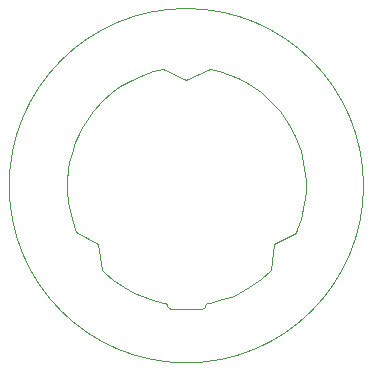
<source format=gbr>
G04 #@! TF.FileFunction,Profile,NP*
%FSLAX46Y46*%
G04 Gerber Fmt 4.6, Leading zero omitted, Abs format (unit mm)*
G04 Created by KiCad (PCBNEW 0.201503110816+5502~22~ubuntu14.04.1-product) date ថ្ងៃ​អង្គារ ថ្ងៃ 31 ខែ មិនា ឆ្នាំ  2015, 09 ម៉ោង m នាទី 59 វិនាទី​*
%MOMM*%
G01*
G04 APERTURE LIST*
%ADD10C,0.020000*%
%ADD11C,0.050000*%
G04 APERTURE END LIST*
D10*
D11*
X99420000Y-100970000D02*
X101250000Y-100000000D01*
X99150000Y-103150000D02*
X99420000Y-100970000D01*
X84550000Y-100910000D02*
X84850000Y-103150000D01*
X82700000Y-99950000D02*
X84550000Y-100910000D01*
X92000000Y-87070000D02*
X94000000Y-86100000D01*
X90000000Y-86100000D02*
X92000000Y-87070000D01*
X93000000Y-106460000D02*
X93350000Y-106410000D01*
X90640000Y-106410000D02*
X91000000Y-106460000D01*
X90360000Y-106060000D02*
X90370000Y-106100000D01*
X90340000Y-106020000D02*
X90360000Y-106060000D01*
X90300000Y-105980000D02*
X90340000Y-106020000D01*
X90260000Y-105960000D02*
X90300000Y-105980000D01*
X90370000Y-106100000D02*
X90390000Y-106170000D01*
X90600000Y-106400000D02*
X90640000Y-106410000D01*
X90520000Y-106360000D02*
X90600000Y-106400000D01*
X90460000Y-106300000D02*
X90520000Y-106360000D01*
X90420000Y-106240000D02*
X90460000Y-106300000D01*
X90390000Y-106170000D02*
X90420000Y-106240000D01*
X93430000Y-106390000D02*
X93350000Y-106410000D01*
X93510000Y-106340000D02*
X93430000Y-106390000D01*
X93570000Y-106260000D02*
X93510000Y-106340000D01*
X93620000Y-106140000D02*
X93570000Y-106260000D01*
X93750000Y-105960000D02*
X94000000Y-105900000D01*
X93690000Y-106000000D02*
X93750000Y-105960000D01*
X93650000Y-106040000D02*
X93690000Y-106000000D01*
X93620000Y-106120000D02*
X93650000Y-106040000D01*
X91000000Y-106460000D02*
X93000000Y-106460000D01*
X90000000Y-105900000D02*
X90260000Y-105960000D01*
X99150000Y-103150000D02*
X98300000Y-103900000D01*
X101400000Y-99700000D02*
X101250000Y-100000000D01*
X84850000Y-103150000D02*
X85000000Y-103300000D01*
X82600000Y-99700000D02*
X82700000Y-99950000D01*
X96400000Y-86900000D02*
X95700000Y-86600000D01*
X97300000Y-87400000D02*
X96400000Y-86900000D01*
X98300000Y-88100000D02*
X97300000Y-87400000D01*
X99100000Y-88800000D02*
X98300000Y-88100000D01*
X99900000Y-89700000D02*
X99100000Y-88800000D01*
X100600000Y-90700000D02*
X99900000Y-89700000D01*
X101200000Y-91800000D02*
X100600000Y-90700000D01*
X101700000Y-93100000D02*
X101200000Y-91800000D01*
X102000000Y-94500000D02*
X101700000Y-93100000D01*
X102100000Y-95600000D02*
X102000000Y-94500000D01*
X102100000Y-96500000D02*
X102100000Y-95600000D01*
X102000000Y-97500000D02*
X102100000Y-96500000D01*
X101700000Y-98800000D02*
X102000000Y-97500000D01*
X101400000Y-99700000D02*
X101700000Y-98800000D01*
X97300000Y-104600000D02*
X98300000Y-103900000D01*
X96000000Y-105300000D02*
X97300000Y-104600000D01*
X94800000Y-105700000D02*
X96000000Y-105300000D01*
X94000000Y-105900000D02*
X94800000Y-105700000D01*
X88900000Y-105600000D02*
X90000000Y-105900000D01*
X87600000Y-105100000D02*
X88900000Y-105600000D01*
X86700000Y-104600000D02*
X87600000Y-105100000D01*
X85800000Y-104000000D02*
X86700000Y-104600000D01*
X85000000Y-103300000D02*
X85800000Y-104000000D01*
X82200000Y-98500000D02*
X82600000Y-99700000D01*
X82000000Y-97400000D02*
X82200000Y-98500000D01*
X81900000Y-96400000D02*
X82000000Y-97400000D01*
X81900000Y-95600000D02*
X81900000Y-96400000D01*
X82000000Y-94600000D02*
X81900000Y-95600000D01*
X82100000Y-94000000D02*
X82000000Y-94600000D01*
X82300000Y-93200000D02*
X82100000Y-94000000D01*
X82600000Y-92300000D02*
X82300000Y-93200000D01*
X82900000Y-91600000D02*
X82600000Y-92300000D01*
X83100000Y-91200000D02*
X82900000Y-91600000D01*
X83600000Y-90400000D02*
X83100000Y-91200000D01*
X84100000Y-89700000D02*
X83600000Y-90400000D01*
X84900000Y-88800000D02*
X84100000Y-89700000D01*
X85700000Y-88100000D02*
X84900000Y-88800000D01*
X86400000Y-87600000D02*
X85700000Y-88100000D01*
X87200000Y-87100000D02*
X86400000Y-87600000D01*
X88300000Y-86600000D02*
X87200000Y-87100000D01*
X89200000Y-86300000D02*
X88300000Y-86600000D01*
X90000000Y-86100000D02*
X89200000Y-86300000D01*
X94800000Y-86300000D02*
X94000000Y-86100000D01*
X95700000Y-86600000D02*
X94800000Y-86300000D01*
X107000000Y-96000000D02*
G75*
G03X107000000Y-96000000I-15000000J0D01*
G01*
M02*

</source>
